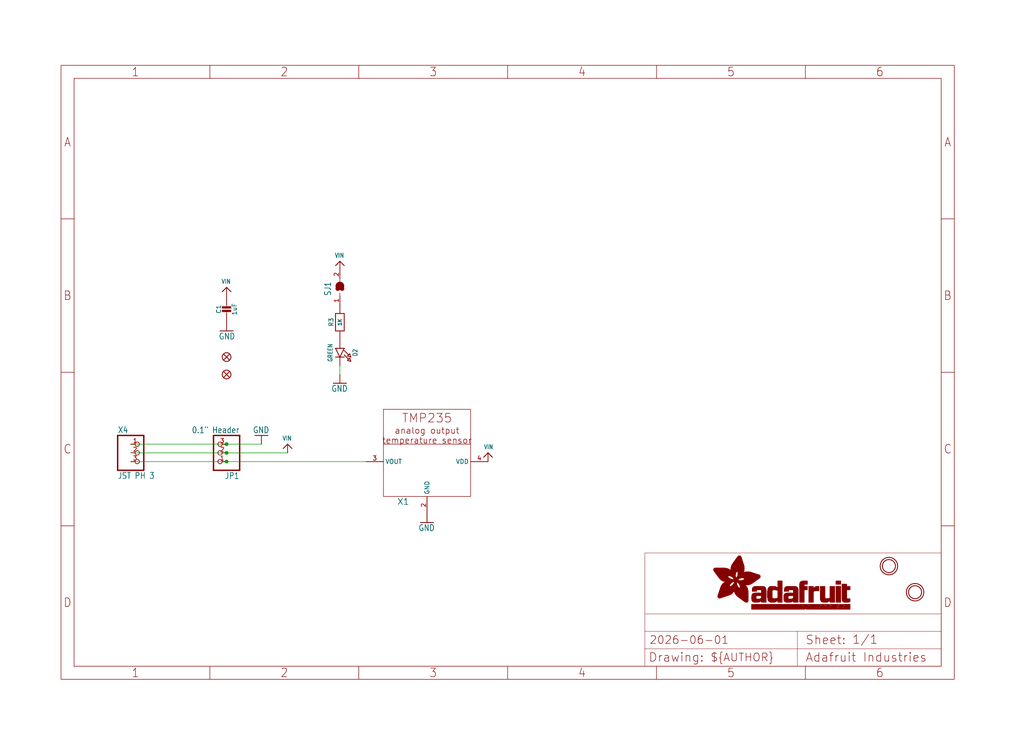
<source format=kicad_sch>
(kicad_sch (version 20230121) (generator eeschema)
  (paper "User" 298.45 217.322)
  (lib_symbols
    (symbol "working-eagle-import:CAP_CERAMIC0805-NOOUTLINE"
      (property "Reference" "C" (at -2.29 1.25 90))
      (symbol "CAP_CERAMIC0805-NOOUTLINE_1_0"
        (pin passive line (at 0 5.08 270) (length 2.54) (name "1") (number "1"))
        (pin passive line (at 0 -2.54 90) (length 2.54) (name "2") (number "2"))
      )
    )
    (symbol "working-eagle-import:CON_JST_PH_3PIN"
      (property "Reference" "X" (at -6.35 5.715 0))
      (symbol "CON_JST_PH_3PIN_1_0"
        (pin passive inverted (at -2.54 2.54 0) (length 2.54) (name "1") (number "1"))
        (pin passive inverted (at -2.54 0 0) (length 2.54) (name "2") (number "2"))
        (pin passive inverted (at -2.54 -2.54 0) (length 2.54) (name "3") (number "3"))
      )
    )
    (symbol "working-eagle-import:FIDUCIAL_1MM")
    (symbol "working-eagle-import:FRAME_A4_ADAFRUIT"
      (symbol "FRAME_A4_ADAFRUIT_1_0"
        (text "${#}/${##}" (at 230.505 10.16 0) (effects (font (size 2.54 2.54)) (justify left bottom)))
        (text "${AUTHOR}" (at 189.23 5.08 0) (effects (font (size 2.286 2.286)) (justify left bottom)))
        (text "${CURRENT_DATE}" (at 171.45 10.16 0) (effects (font (size 2.286 2.286)) (justify left bottom)))
        (text "${PROJECTNAME}" (at 171.45 15.24 0) (effects (font (size 2.54 2.54)) (justify left bottom)))
        (text "1" (at 21.6958 1.905 0) (effects (font (size 2.54 2.286))))
        (text "1" (at 21.6958 177.165 0) (effects (font (size 2.54 2.286))))
        (text "2" (at 65.0875 1.905 0) (effects (font (size 2.54 2.286))))
        (text "2" (at 65.0875 177.165 0) (effects (font (size 2.54 2.286))))
        (text "3" (at 108.4792 1.905 0) (effects (font (size 2.54 2.286))))
        (text "3" (at 108.4792 177.165 0) (effects (font (size 2.54 2.286))))
        (text "4" (at 151.8708 1.905 0) (effects (font (size 2.54 2.286))))
        (text "4" (at 151.8708 177.165 0) (effects (font (size 2.54 2.286))))
        (text "5" (at 195.2625 1.905 0) (effects (font (size 2.54 2.286))))
        (text "5" (at 195.2625 177.165 0) (effects (font (size 2.54 2.286))))
        (text "6" (at 238.6542 1.905 0) (effects (font (size 2.54 2.286))))
        (text "6" (at 238.6542 177.165 0) (effects (font (size 2.54 2.286))))
        (text "A" (at 1.905 156.6863 0) (effects (font (size 2.54 2.286))))
        (text "A" (at 258.445 156.6863 0) (effects (font (size 2.54 2.286))))
        (text "Adafruit Industries" (at 216.916 4.953 0) (effects (font (size 2.54 2.54)) (justify left bottom)))
        (text "B" (at 1.905 111.9188 0) (effects (font (size 2.54 2.286))))
        (text "B" (at 258.445 111.9188 0) (effects (font (size 2.54 2.286))))
        (text "C" (at 1.905 67.1513 0) (effects (font (size 2.54 2.286))))
        (text "C" (at 258.445 67.1513 0) (effects (font (size 2.54 2.286))))
        (text "D" (at 1.905 22.3838 0) (effects (font (size 2.54 2.286))))
        (text "D" (at 258.445 22.3838 0) (effects (font (size 2.54 2.286))))
        (text "Drawing:" (at 171.196 4.953 0) (effects (font (size 2.54 2.54)) (justify left bottom)))
        (text "Sheet:" (at 216.916 10.033 0) (effects (font (size 2.54 2.54)) (justify left bottom)))
      )
    )
    (symbol "working-eagle-import:GND" (power)
      (property "Value" "GND" (at -2.54 -2.54 0))
      (symbol "GND_1_0"
        (pin power_in line (at 0 2.54 270) (length 2.54) (name "GND") (number "1"))
      )
    )
    (symbol "working-eagle-import:HEADER-1X3"
      (property "Reference" "JP" (at -6.35 5.715 0))
      (symbol "HEADER-1X3_1_0"
        (pin passive inverted (at -2.54 2.54 0) (length 2.54) (name "1") (number "1"))
        (pin passive inverted (at -2.54 0 0) (length 2.54) (name "2") (number "2"))
        (pin passive inverted (at -2.54 -2.54 0) (length 2.54) (name "3") (number "3"))
      )
    )
    (symbol "working-eagle-import:LED0805_NOOUTLINE"
      (property "Reference" "D" (at -1.27 4.445 0))
      (symbol "LED0805_NOOUTLINE_1_0"
        (pin passive line (at -5.08 0 0) (length 2.54) (name "A") (number "A"))
        (pin passive line (at 2.54 0 180) (length 2.54) (name "C") (number "C"))
      )
    )
    (symbol "working-eagle-import:MOUNTINGHOLE2.5")
    (symbol "working-eagle-import:RESISTOR_0603_NOOUT"
      (property "Reference" "R" (at 0 2.54 0))
      (symbol "RESISTOR_0603_NOOUT_1_0"
        (pin passive line (at -5.08 0 0) (length 2.54) (name "1") (number "1"))
        (pin passive line (at 5.08 0 180) (length 2.54) (name "2") (number "2"))
      )
    )
    (symbol "working-eagle-import:SOLDERJUMPER_CLOSED"
      (property "Reference" "SJ" (at -2.54 2.54 0))
      (symbol "SOLDERJUMPER_CLOSED_1_0"
        (pin passive line (at -5.08 0 0) (length 2.54) (name "1") (number "1"))
        (pin passive line (at 5.08 0 180) (length 2.54) (name "2") (number "2"))
      )
    )
    (symbol "working-eagle-import:TMP235_DCKR"
      (property "Reference" "X" (at 5.08 -15.24 0))
      (symbol "TMP235_DCKR_1_0"
        (text "analog output\ntemperature sensor" (at 0 5.08 0) (effects (font (size 1.778 1.778))))
        (text "TMP235" (at 0 10.16 0) (effects (font (size 2.54 2.54))))
        (pin power_in line (at 0 -17.78 90) (length 5.08) (name "GND") (number "2"))
        (pin output line (at 17.78 -2.54 180) (length 5.08) (name "VOUT") (number "3"))
        (pin power_in line (at -17.78 -2.54 0) (length 5.08) (name "VDD") (number "4"))
      )
    )
    (symbol "working-eagle-import:VIN" (power)
      (property "Value" "VIN" (at -1.524 1.016 0))
      (symbol "VIN_1_0"
        (pin power_in line (at 0 -2.54 90) (length 2.54) (name "VIN") (number "1"))
      )
    )
  )
  (junction (at 66.04 132.08))
  (junction (at 66.04 134.62))
  (junction (at 66.04 129.54))
  (wire (pts (xy 66.04 134.62) (xy 106.68 134.62)) (stroke (width 0.1524)))
  (wire (pts (xy 99.06 109.22) (xy 99.06 106.68)) (stroke (width 0.1524)))
  (wire (pts (xy 38.1 129.54) (xy 66.04 129.54)) (stroke (width 0.1524)))
  (wire (pts (xy 76.2 129.54) (xy 66.04 129.54)) (stroke (width 0.1524)))
  (wire (pts (xy 38.1 134.62) (xy 66.04 134.62)) (stroke (width 0.1524)))
  (wire (pts (xy 83.82 132.08) (xy 66.04 132.08)) (stroke (width 0.1524)))
  (wire (pts (xy 66.04 132.08) (xy 38.1 132.08)) (stroke (width 0.1524)))
  (symbol (lib_id "working-eagle-import:VIN") (at 83.82 129.54 0) (unit 1)
    (property "Reference" "#U$6" (effects hide))
    (property "Value" "VIN" (at 82.296 128.524 0) (effects (font (size 1.27 1.0795)) (justify left bottom)))
  )
  (symbol (lib_id "working-eagle-import:LED0805_NOOUTLINE") (at 99.06 104.14 270) (unit 1)
    (property "Reference" "D2" (at 103.505 102.87 0) (effects (font (size 1.27 1.0795))))
    (property "Value" "GREEN" (at 96.266 102.87 0) (effects (font (size 1.27 1.0795))))
    (property "Footprint" "working:CHIPLED_0805_NOOUTLINE" (effects hide))
  )
  (symbol (lib_id "working-eagle-import:GND") (at 99.06 111.76 0) (unit 1)
    (property "Reference" "#GND4" (effects hide))
    (property "Value" "GND" (at 96.52 114.3 0) (effects (font (size 1.778 1.5113)) (justify left bottom)))
  )
  (symbol (lib_id "working-eagle-import:FIDUCIAL_1MM") (at 66.04 109.22 0) (unit 1)
    (property "Reference" "FID2" (effects hide))
    (property "Value" "FIDUCIAL_1MM" (effects hide))
    (property "Footprint" "working:FIDUCIAL_1MM" (effects hide))
  )
  (symbol (lib_id "working-eagle-import:FRAME_A4_ADAFRUIT") (at 17.78 198.12 0) (unit 1)
    (property "Reference" "#U$4" (effects hide))
    (property "Value" "FRAME_A4_ADAFRUIT" (effects hide))
  )
  (symbol (lib_id "working-eagle-import:GND") (at 76.2 127 0) (mirror x) (unit 1)
    (property "Reference" "#GND3" (effects hide))
    (property "Value" "GND" (at 73.66 124.46 0) (effects (font (size 1.778 1.5113)) (justify left bottom)))
  )
  (symbol (lib_id "working-eagle-import:RESISTOR_0603_NOOUT") (at 99.06 93.98 90) (unit 1)
    (property "Reference" "R3" (at 96.52 93.98 0))
    (property "Value" "1K" (at 99.06 93.98 0) (effects (font (size 1.016 1.016) bold)))
    (property "Footprint" "working:0603-NO" (effects hide))
  )
  (symbol (lib_id "working-eagle-import:GND") (at 124.46 152.4 0) (unit 1)
    (property "Reference" "#GND1" (effects hide))
    (property "Value" "GND" (at 121.92 154.94 0) (effects (font (size 1.778 1.5113)) (justify left bottom)))
  )
  (symbol (lib_id "working-eagle-import:MOUNTINGHOLE2.5") (at 259.08 165.1 0) (unit 1)
    (property "Reference" "U$8" (effects hide))
    (property "Value" "MOUNTINGHOLE2.5" (effects hide))
    (property "Footprint" "working:MOUNTINGHOLE_2.5_PLATED" (effects hide))
  )
  (symbol (lib_id "working-eagle-import:GND") (at 66.04 96.52 0) (mirror y) (unit 1)
    (property "Reference" "#GND2" (effects hide))
    (property "Value" "GND" (at 68.58 99.06 0) (effects (font (size 1.778 1.5113)) (justify left bottom)))
  )
  (symbol (lib_id "working-eagle-import:VIN") (at 142.24 132.08 0) (mirror y) (unit 1)
    (property "Reference" "#U$3" (effects hide))
    (property "Value" "VIN" (at 143.764 131.064 0) (effects (font (size 1.27 1.0795)) (justify left bottom)))
  )
  (symbol (lib_id "working-eagle-import:VIN") (at 66.04 83.82 0) (unit 1)
    (property "Reference" "#U$11" (effects hide))
    (property "Value" "VIN" (at 64.516 82.804 0) (effects (font (size 1.27 1.0795)) (justify left bottom)))
  )
  (symbol (lib_id "working-eagle-import:FIDUCIAL_1MM") (at 66.04 104.14 0) (unit 1)
    (property "Reference" "FID3" (effects hide))
    (property "Value" "FIDUCIAL_1MM" (effects hide))
    (property "Footprint" "working:FIDUCIAL_1MM" (effects hide))
  )
  (symbol (lib_id "working-eagle-import:MOUNTINGHOLE2.5") (at 266.7 172.72 0) (unit 1)
    (property "Reference" "U$1" (effects hide))
    (property "Value" "MOUNTINGHOLE2.5" (effects hide))
    (property "Footprint" "working:MOUNTINGHOLE_2.5_PLATED" (effects hide))
  )
  (symbol (lib_id "working-eagle-import:CON_JST_PH_3PIN") (at 40.64 132.08 0) (unit 1)
    (property "Reference" "X4" (at 34.29 126.365 0) (effects (font (size 1.778 1.5113)) (justify left bottom)))
    (property "Value" "JST PH 3" (at 34.29 139.7 0) (effects (font (size 1.778 1.5113)) (justify left bottom)))
    (property "Footprint" "working:JSTPH3" (effects hide))
  )
  (symbol (lib_id "working-eagle-import:HEADER-1X3") (at 63.5 132.08 180) (unit 1)
    (property "Reference" "JP1" (at 69.85 137.795 0) (effects (font (size 1.778 1.5113)) (justify left bottom)))
    (property "Value" "0.1\" Header" (at 69.85 124.46 0) (effects (font (size 1.778 1.5113)) (justify left bottom)))
    (property "Footprint" "working:1X03_OVAL" (effects hide))
  )
  (symbol (lib_id "working-eagle-import:CAP_CERAMIC0805-NOOUTLINE") (at 66.04 91.44 0) (unit 1)
    (property "Reference" "C1" (at 63.75 90.19 90))
    (property "Value" "1uF" (at 68.34 90.19 90))
    (property "Footprint" "working:0805-NO" (effects hide))
  )
  (symbol (lib_id "working-eagle-import:TMP235_DCKR") (at 124.46 132.08 0) (mirror y) (unit 1)
    (property "Reference" "X1" (at 119.38 147.32 0) (effects (font (size 1.778 1.778)) (justify left bottom)))
    (property "Value" "TMP235_DCKR" (effects hide))
    (property "Footprint" "working:SC70-5" (effects hide))
  )
  (symbol (lib_id "working-eagle-import:SOLDERJUMPER_CLOSED") (at 99.06 83.82 90) (unit 1)
    (property "Reference" "SJ1" (at 96.52 86.36 0) (effects (font (size 1.778 1.5113)) (justify left bottom)))
    (property "Value" "SOLDERJUMPER_CLOSED" (effects hide))
    (property "Footprint" "working:SOLDERJUMPER_CLOSEDWIRE" (effects hide))
  )
  (symbol (lib_id "working-eagle-import:VIN") (at 99.06 76.2 0) (unit 1)
    (property "Reference" "#U$2" (effects hide))
    (property "Value" "VIN" (at 97.536 75.184 0) (effects (font (size 1.27 1.0795)) (justify left bottom)))
  )
)
</source>
